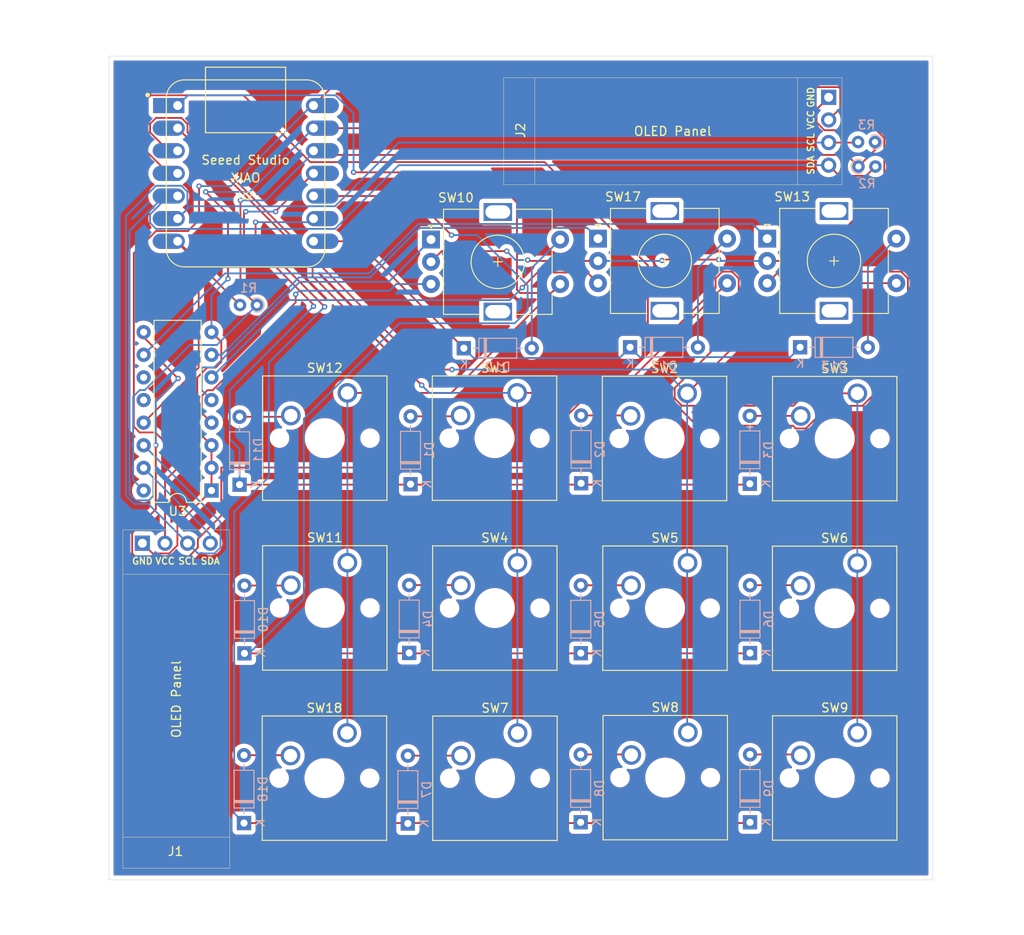
<source format=kicad_pcb>
(kicad_pcb (version 20240108) (generator "pcbnew") (generator_version "8.0")
  (layers (0 "F.Cu" signal) (31 "B.Cu" signal) (34 "B.Paste" user) (35 "F.Paste" user) (36 "B.SilkS" user "B.Silkscreen") (37 "F.SilkS" user "F.Silkscreen") (38 "B.Mask" user) (39 "F.Mask" user) (44 "Edge.Cuts" user))
  (net 0 "")
  (net 1 "GND")
  (net 2 "Net-(D1-A)")
  (net 3 "ROW0")
  (net 4 "Net-(D2-A)")
  (net 5 "Net-(D3-A)")
  (net 6 "Net-(D4-A)")
  (net 7 "Net-(D5-A)")
  (net 8 "Net-(D6-A)")
  (net 9 "Net-(D7-A)")
  (net 10 "Net-(D13-A)")
  (net 11 "ROW1")
  (net 12 "Net-(D8-A)")
  (net 13 "Net-(D9-A)")
  (net 14 "Net-(D10-A)")
  (net 15 "VCC")
  (net 16 "SDA")
  (net 17 "SCL")
  (net 18 "ROW2")
  (net 19 "COL0")
  (net 20 "ROTIN1")
  (net 21 "ROTIN2")
  (net 22 "Net-(D11-A)")
  (net 23 "COL1")
  (net 24 "COL2")
  (net 25 "Net-(D12-A)")
  (net 26 "Net-(D17-A)")
  (net 28 "ROTIN4")
  (net 30 "IOINT")
  (net 31 "+3.3V")
  (net 32 "COL3")
  (net 33 "ROTIN3")
  (net 34 "Net-(D18-A)")
  (net 35 "ROT_OUT_0")
  (net 36 "ROTIN5")
  (net 37 "ROTIN6")
  (footprint "Button_Switch_Keyboard:SW_Cherry_MX_1.00u_PCB" (layer "F.Cu") (at 123.76 88.23)
    (property "Reference" "SW6")
    (property "Value" "SW_Push")
  )
  (footprint "Button_Switch_Keyboard:SW_Cherry_MX_1.00u_PCB" (layer "F.Cu") (at 123.77 107.28)
    (property "Reference" "SW9")
    (property "Value" "SW_Push")
  )
  (footprint "Button_Switch_Keyboard:SW_Cherry_MX_1.00u_PCB" (layer "F.Cu") (at 104.71 88.21)
    (property "Reference" "SW5")
    (property "Value" "SW_Push")
  )
  (footprint "Rotary_Encoder:RotaryEncoder_Alps_EC11E-Switch_Vertical_H20mm" (layer "F.Cu") (at 75.9 51.9)
    (property "Reference" "SW10")
    (property "Value" "RotaryEncoder_Switch")
  )
  (footprint "Custom Library:SSD1306-0.91-OLED-4pin-128x32" (layer "F.Cu") (at 41.3 122.5 90)
    (property "Reference" "J1")
    (property "Value" "OLED_Display")
  )
  (footprint "Button_Switch_Keyboard:SW_Cherry_MX_1.00u_PCB" (layer "F.Cu") (at 104.66 69.16)
    (property "Reference" "SW2")
    (property "Value" "SW_Push")
  )
  (footprint "Button_Switch_Keyboard:SW_Cherry_MX_1.00u_PCB" (layer "F.Cu") (at 104.74 107.24)
    (property "Reference" "SW8")
    (property "Value" "SW_Push")
  )
  (footprint "Custom Library:SSD1306-0.91-OLED-4pin-128x32" (layer "F.Cu") (at 84.05 33.74)
    (property "Reference" "J2")
    (property "Value" "OLED_Display")
  )
  (footprint "Button_Switch_Keyboard:SW_Cherry_MX_1.00u_PCB" (layer "F.Cu") (at 66.51 69.12)
    (property "Reference" "SW12")
    (property "Value" "SW_Push")
  )
  (footprint "Button_Switch_Keyboard:SW_Cherry_MX_1.00u_PCB" (layer "F.Cu") (at 123.77 69.17)
    (property "Reference" "SW3")
    (property "Value" "SW_Push")
  )
  (footprint "footprints:XIAO-Generic-Hybrid-14P-2.54-21X17.8MM" (layer "F.Cu") (at 55.075 44.47)
    (property "Reference" "U2")
    (property "Value" "MOUDLE-SEEEDUINO-XIAO" (hide yes))
  )
  (footprint "Package_DIP:DIP-16_W7.62mm" (layer "F.Cu") (at 51.25 80.08 180)
    (property "Reference" "U3")
    (property "Value" "PCF8574A")
  )
  (footprint "Rotary_Encoder:RotaryEncoder_Alps_EC11E-Switch_Vertical_H20mm" (layer "F.Cu") (at 94.65 51.8)
    (property "Reference" "SW17")
    (property "Value" "RotaryEncoder_Switch")
  )
  (footprint "Button_Switch_Keyboard:SW_Cherry_MX_1.00u_PCB" (layer "F.Cu") (at 66.47 107.3)
    (property "Reference" "SW18")
    (property "Value" "SW_Push")
  )
  (footprint "Button_Switch_Keyboard:SW_Cherry_MX_1.00u_PCB" (layer "F.Cu") (at 66.51 88.18)
    (property "Reference" "SW11")
    (property "Value" "SW_Push")
  )
  (footprint "Button_Switch_Keyboard:SW_Cherry_MX_1.00u_PCB" (layer "F.Cu") (at 85.62 107.31)
    (property "Reference" "SW7")
    (property "Value" "SW_Push")
  )
  (footprint "Button_Switch_Keyboard:SW_Cherry_MX_1.00u_PCB" (layer "F.Cu") (at 85.6 88.2)
    (property "Reference" "SW4")
    (property "Value" "SW_Push")
  )
  (footprint "Rotary_Encoder:RotaryEncoder_Alps_EC11E-Switch_Vertical_H20mm" (layer "F.Cu") (at 113.65 51.8)
    (property "Reference" "SW13")
    (property "Value" "RotaryEncoder_Switch")
  )
  (footprint "Button_Switch_Keyboard:SW_Cherry_MX_1.00u_PCB" (layer "F.Cu") (at 85.57 69.12)
    (property "Reference" "SW1")
    (property "Value" "SW_Push")
  )
  (footprint "Diode_THT:D_DO-35_SOD27_P7.62mm_Horizontal" (layer "B.Cu") (at 54.9 117.42 90)
    (property "Reference" "D18")
    (property "Value" "D")
  )
  (footprint "Diode_THT:D_DO-35_SOD27_P7.62mm_Horizontal" (layer "B.Cu") (at 54.95 98.37 90)
    (property "Reference" "D10")
    (property "Value" "D")
  )
  (footprint "Diode_THT:D_DO-35_SOD27_P7.62mm_Horizontal" (layer "B.Cu") (at 98.25 64)
    (property "Reference" "D17")
    (property "Value" "D")
  )
  (footprint "Resistor_THT:R_Axial_DIN0204_L3.6mm_D1.6mm_P1.90mm_Vertical" (layer "B.Cu") (at 56.35 59.25 180)
    (property "Reference" "R1")
    (property "Value" "10k")
  )
  (footprint "Diode_THT:D_DO-35_SOD27_P7.62mm_Horizontal" (layer "B.Cu") (at 73.6 79.37 90)
    (property "Reference" "D1")
    (property "Value" "D")
  )
  (footprint "Resistor_THT:R_Axial_DIN0204_L3.6mm_D1.6mm_P1.90mm_Vertical" (layer "B.Cu") (at 125.755 40.95 180)
    (property "Reference" "R3")
    (property "Value" "10k")
  )
  (footprint "Diode_THT:D_DO-35_SOD27_P7.62mm_Horizontal" (layer "B.Cu") (at 73.3 117.47 90)
    (property "Reference" "D7")
    (property "Value" "D")
  )
  (footprint "Diode_THT:D_DO-35_SOD27_P7.62mm_Horizontal" (layer "B.Cu") (at 111.7 79.32 90)
    (property "Reference" "D3")
    (property "Value" "D")
  )
  (footprint "Diode_THT:D_DO-35_SOD27_P7.62mm_Horizontal" (layer "B.Cu") (at 92.72 98.34 90)
    (property "Reference" "D5")
    (property "Value" "D")
  )
  (footprint "Resistor_THT:R_Axial_DIN0204_L3.6mm_D1.6mm_P1.90mm_Vertical" (layer "B.Cu") (at 123.9 43.7)
    (property "Reference" "R2")
    (property "Value" "10k")
  )
  (footprint "Diode_THT:D_DO-35_SOD27_P7.62mm_Horizontal" (layer "B.Cu") (at 79.59 64.1)
    (property "Reference" "D12")
    (property "Value" "D")
  )
  (footprint "Diode_THT:D_DO-35_SOD27_P7.62mm_Horizontal" (layer "B.Cu") (at 73.45 98.32 90)
    (property "Reference" "D4")
    (property "Value" "D")
  )
  (footprint "Diode_THT:D_DO-35_SOD27_P7.62mm_Horizontal" (layer "B.Cu") (at 92.75 79.27 90)
    (property "Reference" "D2")
    (property "Value" "D")
  )
  (footprint "Diode_THT:D_DO-35_SOD27_P7.62mm_Horizontal" (layer "B.Cu") (at 111.72 98.33 90)
    (property "Reference" "D6")
    (property "Value" "D")
  )
  (footprint "Diode_THT:D_DO-35_SOD27_P7.62mm_Horizontal" (layer "B.Cu") (at 54.4 79.42 90)
    (property "Reference" "D11")
    (property "Value" "D")
  )
  (footprint "Diode_THT:D_DO-35_SOD27_P7.62mm_Horizontal" (layer "B.Cu") (at 111.72 117.34 90)
    (property "Reference" "D9")
    (property "Value" "D")
  )
  (footprint "Diode_THT:D_DO-35_SOD27_P7.62mm_Horizontal" (layer "B.Cu") (at 117.34 64)
    (property "Reference" "D13")
    (property "Value" "D")
  )
  (footprint "Diode_THT:D_DO-35_SOD27_P7.62mm_Horizontal" (layer "B.Cu") (at 92.7 117.34 90)
    (property "Reference" "D8")
    (property "Value" "D")
  )
  (gr_rect (start 39.75 31.3) (end 132.25 123.8) (stroke (width 0.05)) (fill none) (layer "Edge.Cuts"))
  (segment (start 50.77 66.28) (end 49.65 67.4) (width 0.2) (layer "F.Cu") (net 1))
  (segment (start 49.65 67.4) (end 49.65 73.7) (width 0.2) (layer "F.Cu") (net 1))
  (segment (start 119.2 37.28) (end 120.55 35.93) (width 0.2) (layer "F.Cu") (net 1))
  (segment (start 120.073654 39.62) (end 119.2 38.746346) (width 0.2) (layer "F.Cu") (net 1))
  (segment (start 108.2 54.15) (end 101.95 54.15) (width 0.2) (layer "F.Cu") (net 1))
  (segment (start 77.1 53.2) (end 75.9 54.4) (width 0.2) (layer "F.Cu") (net 1))
  (segment (start 51.25 80.08) (end 47.42 83.91) (width 0.2) (layer "F.Cu") (net 1))
  (segment (start 113.65 54.3) (end 118.75 54.3) (width 0.2) (layer "F.Cu") (net 1))
  (segment (start 94.65 54.3) (end 86.85 54.3) (width 0.2) (layer "F.Cu") (net 1))
  (segment (start 119.2 38.746346) (end 119.2 37.28) (width 0.2) (layer "F.Cu") (net 1))
  (segment (start 52.35 63.4) (end 52.35 65.635635) (width 0.2) (layer "F.Cu") (net 1))
  (segment (start 49.65 73.7) (end 49.95 73.7) (width 0.2) (layer "F.Cu") (net 1))
  (segment (start 49.95 73.7) (end 51.25 75) (width 0.2) (layer "F.Cu") (net 1))
  (segment (start 50.6 46.55) (end 53.1 49.05) (width 0.2) (layer "F.Cu") (net 1))
  (segment (start 126.8 40.5) (end 125.92 39.62) (width 0.2) (layer "F.Cu") (net 1))
  (segment (start 51.705635 66.28) (end 50.77 66.28) (width 0.2) (layer "F.Cu") (net 1))
  (segment (start 120.55 35.93) (end 117.09 39.39) (width 0.2) (layer "F.Cu") (net 1))
  (segment (start 51.25 62.3) (end 52.35 63.4) (width 0.2) (layer "F.Cu") (net 1))
  (segment (start 117.09 39.39) (end 62.7 39.39) (width 0.2) (layer "F.Cu") (net 1))
  (segment (start 51.25 75) (end 51.25 80.08) (width 0.2) (layer "F.Cu") (net 1))
  (segment (start 86.85 54.3) (end 86.75 54.2) (width 0.2) (layer "F.Cu") (net 1))
  (segment (start 47.42 86.236346) (end 46.506346 87.15) (width 0.2) (layer "F.Cu") (net 1))
  (segment (start 53.1 49.05) (end 53.1 56.3) (width 0.2) (layer "F.Cu") (net 1))
  (segment (start 47.42 83.91) (end 47.42 86.236346) (width 0.2) (layer "F.Cu") (net 1))
  (segment (start 118.75 54.3) (end 126.8 46.25) (width 0.2) (layer "F.Cu") (net 1))
  (segment (start 126.8 46.25) (end 126.8 40.5) (width 0.2) (layer "F.Cu") (net 1))
  (segment (start 44.64 87.15) (end 43.49 86) (width 0.2) (layer "F.Cu") (net 1))
  (segment (start 125.92 39.62) (end 120.073654 39.62) (width 0.2) (layer "F.Cu") (net 1))
  (segment (start 101.95 54.15) (end 101.85 54.25) (width 0.2) (layer "F.Cu") (net 1))
  (segment (start 84.4 53.2) (end 77.1 53.2) (width 0.2) (layer "F.Cu") (net 1))
  (segment (start 46.506346 87.15) (end 44.64 87.15) (width 0.2) (layer "F.Cu") (net 1))
  (segment (start 52.35 65.635635) (end 51.705635 66.28) (width 0.2) (layer "F.Cu") (net 1))
  (via (at 84.4 53.2) (size 0.6) (drill 0.3) (layers "F.Cu" "B.Cu") (net 1))
  (via (at 86.75 54.2) (size 0.6) (drill 0.3) (layers "F.Cu" "B.Cu") (net 1))
  (via (at 101.85 54.25) (size 0.6) (drill 0.3) (layers "F.Cu" "B.Cu") (net 1))
  (via (at 53.1 56.3) (size 0.6) (drill 0.3) (layers "F.Cu" "B.Cu") (net 1))
  (via (at 108.2 54.15) (size 0.6) (drill 0.3) (layers "F.Cu" "B.Cu") (net 1))
  (via (at 50.6 46.55) (size 0.6) (drill 0.3) (layers "F.Cu" "B.Cu") (net 1))
  (segment (start 53.1 56.3) (end 51.25 58.15) (width 0.2) (layer "B.Cu") (net 1))
  (segment (start 85.4 54.2) (end 84.4 53.2) (width 0.2) (layer "B.Cu") (net 1))
  (segment (start 51.25 58.15) (end 51.25 62.3) (width 0.2) (layer "B.Cu") (net 1))
  (segment (start 101.85 54.25) (end 101.8 54.3) (width 0.2) (layer "B.Cu") (net 1))
  (segment (start 55.54 46.55) (end 62.7 39.39) (width 0.2) (layer "B.Cu") (net 1))
  (segment (start 86.75 54.2) (end 85.4 54.2) (width 0.2) (layer "B.Cu") (net 1))
  (segment (start 101.8 54.3) (end 94.65 54.3) (width 0.2) (layer "B.Cu") (net 1))
  (segment (start 113.65 54.3) (end 108.35 54.3) (width 0.2) (layer "B.Cu") (net 1))
  (segment (start 50.6 46.55) (end 55.54 46.55) (width 0.2) (layer "B.Cu") (net 1))
  (segment (start 108.35 54.3) (end 108.2 54.15) (width 0.2) (layer "B.Cu") (net 1))
  (segment (start 79.13 71.75) (end 79.22 71.66) (width 0.2) (layer "F.Cu") (net 2))
  (segment (start 73.6 71.75) (end 79.13 71.75) (width 0.2) (layer "F.Cu") (net 2))
  (segment (start 54.9 52.45) (end 54.9 48.96) (width 0.2) (layer "F.Cu") (net 3))
  (segment (start 62.7 59.201471) (end 55.948529 52.45) (width 0.2) (layer "F.Cu") (net 3))
  (segment (start 54.9 48.96) (end 55.1 48.76) (width 0.2) (layer "F.Cu") (net 3))
  (segment (start 111.6 79.42) (end 111.7 79.32) (width 0.2) (layer "F.Cu") (net 3))
  (segment (start 62.7 59.4) (end 62.7 59.201471) (width 0.2) (layer "F.Cu") (net 3))
  (segment (start 58.45 48.76) (end 58.45 48.72) (width 0.2) (layer "F.Cu") (net 3))
  (segment (start 54.4 79.42) (end 111.6 79.42) (width 0.2) (layer "F.Cu") (net 3))
  (segment (start 55.948529 52.45) (end 54.9 52.45) (width 0.2) (layer "F.Cu") (net 3))
  (segment (start 58.45 48.72) (end 62.7 44.47) (width 0.2) (layer "F.Cu") (net 3))
  (via (at 62.7 59.4) (size 0.6) (drill 0.3) (layers "F.Cu" "B.Cu") (net 3))
  (via (at 58.45 48.76) (size 0.6) (drill 0.3) (layers "F.Cu" "B.Cu") (net 3))
  (via (at 55.1 48.76) (size 0.6) (drill 0.3) (layers "F.Cu" "B.Cu") (net 3))
  (segment (start 53.3 68.8) (end 53.3 74.3) (width 0.2) (layer "B.Cu") (net 3))
  (segment (start 54.4 75.4) (end 54.4 79.42) (width 0.2) (layer "B.Cu") (net 3))
  (segment (start 55.1 48.76) (end 58.45 48.76) (width 0.2) (layer "B.Cu") (net 3))
  (segment (start 62.7 59.4) (end 53.3 68.8) (width 0.2) (layer "B.Cu") (net 3))
  (segment (start 53.3 74.3) (end 54.4 75.4) (width 0.2) (layer "B.Cu") (net 3))
  (segment (start 98.26 71.65) (end 98.31 71.7) (width 0.2) (layer "F.Cu") (net 4))
  (segment (start 92.75 71.65) (end 98.26 71.65) (width 0.2) (layer "F.Cu") (net 4))
  (segment (start 111.7 71.7) (end 117.41 71.7) (width 0.2) (layer "F.Cu") (net 5))
  (segment (start 117.41 71.7) (end 117.42 71.71) (width 0.2) (layer "F.Cu") (net 5))
  (segment (start 79.21 90.7) (end 79.25 90.74) (width 0.2) (layer "F.Cu") (net 6))
  (segment (start 73.45 90.7) (end 79.21 90.7) (width 0.2) (layer "F.Cu") (net 6))
  (segment (start 98.33 90.72) (end 98.36 90.75) (width 0.2) (layer "F.Cu") (net 7))
  (segment (start 92.72 90.72) (end 98.33 90.72) (width 0.2) (layer "F.Cu") (net 7))
  (segment (start 111.72 90.71) (end 117.35 90.71) (width 0.2) (layer "F.Cu") (net 8))
  (segment (start 117.35 90.71) (end 117.41 90.77) (width 0.2) (layer "F.Cu") (net 8))
  (segment (start 73.3 109.85) (end 79.27 109.85) (width 0.2) (layer "F.Cu") (net 9))
  (segment (start 124.96 64) (end 124.96 54.99) (width 0.2) (layer "B.Cu") (net 10))
  (segment (start 124.96 54.99) (end 128.15 51.8) (width 0.2) (layer "B.Cu") (net 10))
  (segment (start 111.68 98.37) (end 111.72 98.33) (width 0.2) (layer "F.Cu") (net 11))
  (segment (start 54.95 98.37) (end 111.68 98.37) (width 0.2) (layer "F.Cu") (net 11))
  (segment (start 78.2 51.4) (end 73.81 47.01) (width 0.2) (layer "F.Cu") (net 11))
  (segment (start 73.81 47.01) (end 62.7 47.01) (width 0.2) (layer "F.Cu") (net 11))
  (via (at 78.2 51.4) (size 0.6) (drill 0.3) (layers "F.Cu" "B.Cu") (net 11))
  (segment (start 61.62 72.030101) (end 72.350101 61.3) (width 0.2) (layer "B.Cu") (net 11))
  (segment (start 61.62 92.227056) (end 61.62 72.030101) (width 0.2) (layer "B.Cu") (net 11))
  (segment (start 81.1 51.4) (end 78.2 51.4) (width 0.2) (layer "B.Cu") (net 11))
  (segment (start 86.75 57.05) (end 81.1 51.4) (width 0.2) (layer "B.Cu") (net 11))
  (segment (start 54.95 98.37) (end 55.477056 98.37) (width 0.2) (layer "B.Cu") (net 11))
  (segment (start 86.75 59.85) (end 86.75 57.05) (width 0.2) (layer "B.Cu") (net 11))
  (segment (start 72.350101 61.3) (end 85.3 61.3) (width 0.2) (layer "B.Cu") (net 11))
  (segment (start 85.3 61.3) (end 86.75 59.85) (width 0.2) (layer "B.Cu") (net 11))
  (segment (start 55.477056 98.37) (end 61.62 92.227056) (width 0.2) (layer "B.Cu") (net 11))
  (segment (start 92.7 109.72) (end 98.33 109.72) (width 0.2) (layer "F.Cu") (net 12))
  (segment (start 98.33 109.72) (end 98.39 109.78) (width 0.2) (layer "F.Cu") (net 12))
  (segment (start 117.32 109.72) (end 117.42 109.82) (width 0.2) (layer "F.Cu") (net 13))
  (segment (start 111.72 109.72) (end 117.32 109.72) (width 0.2) (layer "F.Cu") (net 13))
  (segment (start 54.95 90.75) (end 60.13 90.75) (width 0.2) (layer "F.Cu") (net 14))
  (segment (start 60.13 90.75) (end 60.16 90.72) (width 0.2) (layer "F.Cu") (net 14))
  (segment (start 121.85 34.93) (end 121.85 37.17) (width 0.2) (layer "F.Cu") (net 15))
  (segment (start 46.03 78.97) (end 46.03 86) (width 0.2) (layer "F.Cu") (net 15))
  (segment (start 49.85 49.7) (end 48.61 50.94) (width 0.2) (layer "F.Cu") (net 15))
  (segment (start 49.85 45.9) (end 49.85 49.7) (width 0.2) (layer "F.Cu") (net 15))
  (segment (start 42.53 72.915635) (end 43.174365 73.56) (width 0.2) (layer "F.Cu") (net 15))
  (segment (start 48.61 50.94) (end 45.023654 50.94) (width 0.2) (layer "F.Cu") (net 15))
  (segment (start 64.77 34.78) (end 121.7 34.78) (width 0.2) (layer "F.Cu") (net 15))
  (segment (start 45.023654 50.94) (end 42.53 53.433654) (width 0.2) (layer "F.Cu") (net 15))
  (segment (start 47.5 76.125) (end 47.5 77.5) (width 0.2) (layer "F.Cu") (net 15))
  (segment (start 121.85 37.17) (end 120.55 38.47) (width 0.2) (layer "F.Cu") (net 15))
  (segment (start 121.7 34.78) (end 121.85 34.93) (width 0.2) (layer "F.Cu") (net 15))
  (segment (start 42.53 53.433654) (end 42.53 72.915635) (width 0.2) (layer "F.Cu") (net 15))
  (segment (start 44.935 73.56) (end 47.5 76.125) (width 0.2) (layer "F.Cu") (net 15))
  (segment (start 43.174365 73.56) (end 44.935 73.56) (width 0.2) (layer "F.Cu") (net 15))
  (segment (start 47.5 77.5) (end 46.03 78.97) (width 0.2) (layer "F.Cu") (net 15))
  (segment (start 62.7 36.85) (end 64.77 34.78) (width 0.2) (layer "F.Cu") (net 15))
  (via (at 49.85 45.9) (size 0.6) (drill 0.3) (layers "F.Cu" "B.Cu") (net 15))
  (segment (start 53.45 45.9) (end 62.5 36.85) (width 0.2) (layer "B.Cu") (net 15))
  (segment (start 49.85 45.9) (end 53.45 45.9) (width 0.2) (layer "B.Cu") (net 15))
  (segment (start 62.5 36.85) (end 62.7 36.85) (width 0.2) (layer "B.Cu") (net 15))
  (segment (start 124.75 44.75) (end 125.8 43.7) (width 0.2) (layer "F.Cu") (net 16))
  (segment (start 120.55 43.55) (end 121.75 44.75) (width 0.2) (layer "F.Cu") (net 16))
  (segment (start 121.75 44.75) (end 124.75 44.75) (width 0.2) (layer "F.Cu") (net 16))
  (segment (start 42.73 81.18) (end 42.05 80.5) (width 0.2) (layer "B.Cu") (net 16))
  (segment (start 45.94 47.01) (end 47.45 47.01) (width 0.2) (layer "B.Cu") (net 16))
  (segment (start 65.126346 50.7) (end 72.276346 43.55) (width 0.2) (layer "B.Cu") (net 16))
  (segment (start 42.05 50.9) (end 45.94 47.01) (width 0.2) (layer "B.Cu") (net 16))
  (segment (start 44.73 78.64) (end 44.73 80.67) (width 0.2) (layer "B.Cu") (net 16))
  (segment (start 44.35 50.026346) (end 45.023654 50.7) (width 0.2) (layer "B.Cu") (net 16))
  (segment (start 43.63 77.54) (end 44.73 78.64) (width 0.2) (layer "B.Cu") (net 16))
  (segment (start 72.276346 43.55) (end 120.55 43.55) (width 0.2) (layer "B.Cu") (net 16))
  (segment (start 44.35 49.073654) (end 44.35 50.026346) (width 0.2) (layer "B.Cu") (net 16))
  (segment (start 51.11 85.02) (end 51.11 86) (width 0.2) (layer "B.Cu") (net 16))
  (segment (start 46.413654 47.01) (end 44.35 49.073654) (width 0.2) (layer "B.Cu") (net 16))
  (segment (start 42.05 80.5) (end 42.05 50.9) (width 0.2) (layer "B.Cu") (net 16))
  (segment (start 43.63 77.54) (end 51.11 85.02) (width 0.2) (layer "B.Cu") (net 16))
  (segment (start 44.73 80.67) (end 44.22 81.18) (width 0.2) (layer "B.Cu") (net 16))
  (segment (start 45.023654 50.7) (end 65.126346 50.7) (width 0.2) (layer "B.Cu") (net 16))
  (segment (start 44.22 81.18) (end 42.73 81.18) (width 0.2) (layer "B.Cu") (net 16))
  (segment (start 47.45 47.01) (end 46.413654 47.01) (width 0.2) (layer "B.Cu") (net 16))
  (segment (start 120.55 41.01) (end 123.795 41.01) (width 0.2) (layer "F.Cu") (net 17))
  (segment (start 123.795 41.01) (end 123.855 40.95) (width 0.2) (layer "F.Cu") (net 17))
  (segment (start 49.72 87.15) (end 48.57 86) (width 0.2) (layer "B.Cu") (net 17))
  (segment (start 52.26 86.476346) (end 51.586346 87.15) (width 0.2) (layer "B.Cu") (net 17))
  (segment (start 41.65 49.233654) (end 41.65 80.665686) (width 0.2) (layer "B.Cu") (net 17))
  (segment (start 48.55 48.45) (end 48.55 46.533654) (width 0.2) (layer "B.Cu") (net 17))
  (segment (start 48.84 48.16) (end 47.45 49.55) (width 0.2) (layer "B.Cu") (net 17))
  (segment (start 51.586346 87.15) (end 49.72 87.15) (width 0.2) (layer "B.Cu") (net 17))
  (segment (start 65.126346 48.16) (end 48.84 48.16) (width 0.2) (layer "B.Cu") (net 17))
  (segment (start 48.55 46.533654) (end 47.876346 45.86) (width 0.2) (layer "B.Cu") (net 17))
  (segment (start 44.15 81.58) (end 48.57 86) (width 0.2) (layer "B.Cu") (net 17))
  (segment (start 52.26 83.63) (end 52.26 86.476346) (width 0.2) (layer "B.Cu") (net 17))
  (segment (start 45.023654 45.86) (end 41.65 49.233654) (width 0.2) (layer "B.Cu") (net 17))
  (segment (start 41.65 80.665686) (end 42.564314 81.58) (width 0.2) (layer "B.Cu") (net 17))
  (segment (start 47.45 49.55) (end 48.55 48.45) (width 0.2) (layer "B.Cu") (net 17))
  (segment (start 120.55 41.01) (end 72.276346 41.01) (width 0.2) (layer "B.Cu") (net 17))
  (segment (start 43.63 75) (end 52.26 83.63) (width 0.2) (layer "B.Cu") (net 17))
  (segment (start 47.876346 45.86) (end 45.023654 45.86) (width 0.2) (layer "B.Cu") (net 17))
  (segment (start 72.276346 41.01) (end 65.126346 48.16) (width 0.2) (layer "B.Cu") (net 17))
  (segment (start 42.564314 81.58) (end 44.15 81.58) (width 0.2) (layer "B.Cu") (net 17))
  (segment (start 111.64 117.42) (end 111.72 117.34) (width 0.2) (layer "F.Cu") (net 18))
  (segment (start 56.2 51.7) (end 56.2 49.95) (width 0.2) (layer "F.Cu") (net 18))
  (segment (start 63.95 59.45) (end 56.2 51.7) (width 0.2) (layer "F.Cu") (net 18))
  (segment (start 54.9 117.42) (end 111.64 117.42) (width 0.2) (layer "F.Cu") (net 18))
  (via (at 63.95 59.45) (size 0.6) (drill 0.3) (layers "F.Cu" "B.Cu") (net 18))
  (via (at 56.2 49.95) (size 0.6) (drill 0.3) (layers "F.Cu" "B.Cu") (net 18))
  (segment (start 62.3 49.95) (end 62.7 49.55) (width 0.2) (layer "B.Cu") (net 18))
  (segment (start 53.8 116.32) (end 53.8 82.45) (width 0.2) (layer "B.Cu") (net 18))
  (segment (start 54.9 117.42) (end 53.8 116.32) (width 0.2) (layer "B.Cu") (net 18))
  (segment (start 56.2 49.95) (end 62.3 49.95) (width 0.2) (layer "B.Cu") (net 18))
  (segment (start 57.69 78.56) (end 57.69 65.71) (width 0.2) (layer "B.Cu") (net 18))
  (segment (start 57.69 65.71) (end 63.95 59.45) (width 0.2) (layer "B.Cu") (net 18))
  (segment (start 53.8 82.45) (end 57.69 78.56) (width 0.2) (layer "B.Cu") (net 18))
  (segment (start 78.18 69.12) (end 66.51 69.12) (width 0.2) (layer "F.Cu") (net 19))
  (segment (start 85.901471 57.9) (end 89.4 57.9) (width 0.2) (layer "F.Cu") (net 19))
  (segment (start 89.4 57.9) (end 90.4 56.9) (width 0.2) (layer "F.Cu") (net 19))
  (segment (start 85.55 57.548529) (end 85.901471 57.9) (width 0.2) (layer "F.Cu") (net 19))
  (segment (start 67.2 44.35) (end 82.15 44.35) (width 0.2) (layer "F.Cu") (net 19))
  (segment (start 90.4 56.9) (end 78.18 69.12) (width 0.2) (layer "F.Cu") (net 19))
  (segment (start 82.15 44.35) (end 85.55 47.75) (width 0.2) (layer "F.Cu") (net 19))
  (segment (start 85.55 47.75) (end 85.55 57.548529) (width 0.2) (layer "F.Cu") (net 19))
  (via (at 67.2 44.35) (size 0.6) (drill 0.3) (layers "F.Cu" "B.Cu") (net 19))
  (segment (start 47.45 36.85) (end 48.6 35.7) (width 0.2) (layer "B.Cu") (net 19))
  (segment (start 65.176346 35.7) (end 67.2 37.723654) (width 0.2) (layer "B.Cu") (net 19))
  (segment (start 67.2 37.723654) (end 67.2 44.35) (width 0.2) (layer "B.Cu") (net 19))
  (segment (start 66.51 69.12) (end 66.51 107.26) (width 0.2) (layer "B.Cu") (net 19))
  (segment (start 66.51 107.26) (end 66.47 107.3) (width 0.2) (layer "B.Cu") (net 19))
  (segment (start 48.6 35.7) (end 65.176346 35.7) (width 0.2) (layer "B.Cu") (net 19))
  (segment (start 50.794365 68.82) (end 50.15 69.464365) (width 0.2) (layer "F.Cu") (net 20))
  (segment (start 50.15 69.464365) (end 50.15 71.36) (width 0.2) (layer "F.Cu") (net 20))
  (segment (start 57.4 62.25) (end 57.4 62.8) (width 0.2) (layer "F.Cu") (net 20))
  (segment (start 60.7 58.95) (end 57.4 62.25) (width 0.2) (layer "F.Cu") (net 20))
  (segment (start 57.4 62.8) (end 51.38 68.82) (width 0.2) (layer "F.Cu") (net 20))
  (segment (start 50.15 71.36) (end 51.25 72.46) (width 0.2) (layer "F.Cu") (net 20))
  (segment (start 51.38 68.82) (end 50.794365 68.82) (width 0.2) (layer "F.Cu") (net 20))
  (segment (start 60.7 58.05) (end 60.7 58.95) (width 0.2) (layer "F.Cu") (net 20))
  (via (at 60.7 58.05) (size 0.6) (drill 0.3) (layers "F.Cu" "B.Cu") (net 20))
  (segment (start 60.7 58.05) (end 61.1 57.65) (width 0.2) (layer "B.Cu") (net 20))
  (segment (start 61.1 57.65) (end 71.25 57.65) (width 0.2) (layer "B.Cu") (net 20))
  (segment (start 72 56.9) (end 75.9 56.9) (width 0.2) (layer "B.Cu") (net 20))
  (segment (start 71.25 57.65) (end 72 56.9) (width 0.2) (layer "B.Cu") (net 20))
  (segment (start 50.15 66.35) (end 50.25 66.25) (width 0.2) (layer "B.Cu") (net 21))
  (segment (start 61.15 56.65) (end 71.15 56.65) (width 0.2) (layer "B.Cu") (net 21))
  (segment (start 51.55 66.25) (end 61.15 56.65) (width 0.2) (layer "B.Cu") (net 21))
  (segment (start 51.25 69.92) (end 50.15 68.82) (width 0.2) (layer "B.Cu") (net 21))
  (segment (start 50.25 66.25) (end 51.55 66.25) (width 0.2) (layer "B.Cu") (net 21))
  (segment (start 50.15 68.82) (end 50.15 66.35) (width 0.2) (layer "B.Cu") (net 21))
  (segment (start 71.15 56.65) (end 75.9 51.9) (width 0.2) (layer "B.Cu") (net 21))
  (segment (start 60.02 71.8) (end 60.16 71.66) (width 0.2) (layer "F.Cu") (net 22))
  (segment (start 54.4 71.8) (end 60.02 71.8) (width 0.2) (layer "F.Cu") (net 22))
  (segment (start 62.6 56) (end 74.85 68.25) (width 0.2) (layer "F.Cu") (net 23))
  (segment (start 109.15 56.8) (end 96.83 69.12) (width 0.2) (layer "F.Cu") (net 23))
  (segment (start 62.6 54.54) (end 62.6 56) (width 0.2) (layer "F.Cu") (net 23))
  (segment (start 47.45 39.39) (end 62.6 54.54) (width 0.2) (layer "F.Cu") (net 23))
  (segment (start 96.83 69.12) (end 85.57 69.12) (width 0.2) (layer "F.Cu") (net 23))
  (via (at 74.85 68.25) (size 0.6) (drill 0.3) (layers "F.Cu" "B.Cu") (net 23))
  (segment (start 85.6 88.2) (end 85.6 107.29) (width 0.2) (layer "B.Cu") (net 23))
  (segment (start 85.57 88.17) (end 85.6 88.2) (width 0.2) (layer "B.Cu") (net 23))
  (segment (start 74.85 68.25) (end 75.72 69.12) (width 0.2) (layer "B.Cu") (net 23))
  (segment (start 85.6 107.29) (end 85.62 107.31) (width 0.2) (layer "B.Cu") (net 23))
  (segment (start 85.57 69.12) (end 85.57 88.17) (width 0.2) (layer "B.Cu") (net 23))
  (segment (start 75.72 69.12) (end 85.57 69.12) (width 0.2) (layer "B.Cu") (net 23))
  (segment (start 45.023654 38.24) (end 47.876346 38.24) (width 0.2) (layer "F.Cu") (net 24))
  (segment (start 48.55 38.913654) (end 48.55 39.866346) (width 0.2) (layer "F.Cu") (net 24))
  (segment (start 44.35 39.866346) (end 44.35 38.913654) (width 0.2) (layer "F.Cu") (net 24))
  (segment (start 128.15 56.8) (end 117.02 56.8) (width 0.2) (layer "F.Cu") (net 24))
  (segment (start 75.183654 66.5) (end 78.25 66.5) (width 0.2) (layer "F.Cu") (net 24))
  (segment (start 117.02 56.8) (end 104.66 69.16) (width 0.2) (layer "F.Cu") (net 24))
  (segment (start 46.413654 41.93) (end 44.35 39.866346) (width 0.2) (layer "F.Cu") (net 24))
  (segment (start 44.35 38.913654) (end 45.023654 38.24) (width 0.2) (layer "F.Cu") (net 24))
  (segment (start 47.45 41.93) (end 46.413654 41.93) (width 0.2) (layer "F.Cu") (net 24))
  (segment (start 47.876346 38.24) (end 48.55 38.913654) (width 0.2) (layer "F.Cu") (net 24))
  (segment (start 48.55 39.866346) (end 75.183654 66.5) (width 0.2) (layer "F.Cu") (net 24))
  (via (at 78.25 66.5) (size 0.6) (drill 0.3) (layers "F.Cu" "B.Cu") (net 24))
  (segment (start 102 66.5) (end 104.66 69.16) (width 0.2) (layer "B.Cu") (net 24))
  (segment (start 104.66 107.16) (end 104.74 107.24) (width 0.2) (layer "B.Cu") (net 24))
  (segment (start 78.25 66.5) (end 102 66.5) (width 0.2) (layer "B.Cu") (net 24))
  (segment (start 104.66 69.16) (end 104.66 107.16) (width 0.2) (layer "B.Cu") (net 24))
  (segment (start 87.21 55.09) (end 90.4 51.9) (width 0.2) (layer "B.Cu") (net 25))
  (segment (start 87.21 64.1) (end 87.21 55.09) (width 0.2) (layer "B.Cu") (net 25))
  (segment (start 105.87 55.08) (end 109.15 51.8) (width 0.2) (layer "B.Cu") (net 26))
  (segment (start 105.87 64) (end 105.87 55.08) (width 0.2) (layer "B.Cu") (net 26))
  (segment (start 52.38137 64.84) (end 61.07137 56.15) (width 0.2) (layer "B.Cu") (net 28))
  (segment (start 61.07137 56.15) (end 69.05 56.15) (width 0.2) (layer "B.Cu") (net 28))
  (segment (start 93.45 50.6) (end 94.65 51.8) (width 0.2) (layer "B.Cu") (net 28))
  (segment (start 51.25 64.84) (end 52.38137 64.84) (width 0.2) (layer "B.Cu") (net 28))
  (segment (start 74.6 50.6) (end 93.45 50.6) (width 0.2) (layer "B.Cu") (net 28))
  (segment (start 69.05 56.15) (end 74.6 50.6) (width 0.2) (layer "B.Cu") (net 28))
  (segment (start 49.81 66.28) (end 49.81 54.45) (width 0.2) (layer "F.Cu") (net 30))
  (segment (start 43.63 72.46) (end 49.81 66.28) (width 0.2) (layer "F.Cu") (net 30))
  (segment (start 47.45 52.09) (end 47.45 52.25) (width 0.2) (layer "F.Cu") (net 30))
  (segment (start 49.81 54.45) (end 47.45 52.09) (width 0.2) (layer "F.Cu") (net 30))
  (segment (start 47.45 52.25) (end 54.45 59.25) (width 0.2) (layer "F.Cu") (net 30))
  (segment (start 63.17 42.4) (end 122.6 42.4) (width 0.2) (layer "F.Cu") (net 31))
  (segment (start 122.6 42.4) (end 123.9 43.7) (width 0.2) (layer "F.Cu") (net 31))
  (segment (start 62.7 41.93) (end 63.17 42.4) (width 0.2) (layer "F.Cu") (net 31))
  (segment (start 125.755 41.845) (end 125.755 40.95) (width 0.2) (layer "F.Cu") (net 31))
  (segment (start 54.5 47.5) (end 54.5 57.4) (width 0.2) (layer "F.Cu") (net 31))
  (segment (start 54.5 57.4) (end 56.35 59.25) (width 0.2) (layer "F.Cu") (net 31))
  (segment (start 123.9 43.7) (end 125.755 41.845) (width 0.2) (layer "F.Cu") (net 31))
  (via (at 54.5 47.5) (size 0.6) (drill 0.3) (layers "F.Cu" "B.Cu") (net 31))
  (segment (start 56.35 59.25) (end 51.86 63.74) (width 0.2) (layer "B.Cu") (net 31))
  (segment (start 42.45 78.9) (end 43.63 80.08) (width 0.2) (layer "B.Cu") (net 31))
  (segment (start 62.7 42.15) (end 57.35 47.5) (width 0.2) (layer "B.Cu") (net 31))
  (segment (start 57.35 47.5) (end 54.5 47.5) (width 0.2) (layer "B.Cu") (net 31))
  (segment (start 42.45 69.544365) (end 42.45 78.9) (width 0.2) (layer "B.Cu") (net 31))
  (segment (start 43.765635 68.8) (end 43.194365 68.8) (width 0.2) (layer "B.Cu") (net 31))
  (segment (start 51.86 63.74) (end 48.825635 63.74) (width 0.2) (layer "B.Cu") (net 31))
  (segment (start 62.7 41.93) (end 62.7 42.15) (width 0.2) (layer "B.Cu") (net 31))
  (segment (start 48.825635 63.74) (end 43.765635 68.8) (width 0.2) (layer "B.Cu") (net 31))
  (segment (start 43.194365 68.8) (end 42.45 69.544365) (width 0.2) (layer "B.Cu") (net 31))
  (segment (start 117.98 69.17) (end 123.77 69.17) (width 0.2) (layer "F.Cu") (net 32))
  (segment (start 110.45 56.261522) (end 110.45 61.390101) (width 0.2) (layer "F.Cu") (net 32))
  (segment (start 103.588478 61.6) (end 107.85 57.338478) (width 0.2) (layer "F.Cu") (net 32))
  (segment (start 107.85 56.261522) (end 108.611522 55.5) (width 0.2) (layer "F.Cu") (net 32))
  (segment (start 88.65 43.2) (end 100.25 54.8) (width 0.2) (layer "F.Cu") (net 32))
  (segment (start 107.85 57.338478) (end 107.85 56.261522) (width 0.2) (layer "F.Cu") (net 32))
  (segment (start 44.4 35.7) (end 54.843654 35.7) (width 0.2) (layer "F.Cu") (net 32))
  (segment (start 110.45 61.390101) (end 103.26 68.580101) (width 0.2) (layer "F.Cu") (net 32))
  (segment (start 100.25 54.8) (end 100.25 61.6) (width 0.2) (layer "F.Cu") (net 32))
  (segment (start 43.95 42.006346) (end 43.95 36.15) (width 0.2) (layer "F.Cu") (net 32))
  (segment (start 62.343654 43.2) (end 88.65 43.2) (width 0.2) (layer "F.Cu") (net 32))
  (segment (start 108.611522 55.5) (end 109.688478 55.5) (width 0.2) (layer "F.Cu") (net 32))
  (segment (start 46.413654 44.47) (end 43.95 42.006346) (width 0.2) (layer "F.Cu") (net 32))
  (segment (start 100.25 61.6) (end 103.588478 61.6) (width 0.2) (layer "F.Cu") (net 32))
  (segment (start 103.26 69.739899) (end 104.080101 70.56) (width 0.2) (layer "F.Cu") (net 32))
  (segment (start 104.080101 70.56) (end 116.59 70.56) (width 0.2) (layer "F.Cu") (net 32))
  (segment (start 47.45 44.47) (end 46.413654 44.47) (width 0.2) (layer "F.Cu") (net 32))
  (segment (start 54.843654 35.7) (end 62.343654 43.2) (width 0.2) (layer "F.Cu") (net 32))
  (segment (start 116.59 70.56) (end 117.98 69.17) (width 0.2) (layer "F.Cu") (net 32))
  (segment (start 103.26 68.580101) (end 103.26 69.739899) (width 0.2) (layer "F.Cu") (net 32))
  (segment (start 43.95 36.15) (end 44.4 35.7) (width 0.2) (layer "F.Cu") (net 32))
  (segment (start 109.688478 55.5) (end 110.45 56.261522) (width 0.2) (layer "F.Cu") (net 32))
  (segment (start 123.77 69.17) (end 123.77 107.28) (width 0.2) (layer "B.Cu") (net 32))
  (segment (start 87.85 55.6) (end 93.45 55.6) (width 0.2) (layer "F.Cu") (net 33))
  (segment (start 86.15 57.3) (end 87.85 55.6) (width 0.2) (layer "F.Cu") (net 33))
  (segment (start 93.45 55.6) (end 94.65 56.8) (width 0.2) (layer "F.Cu") (net 33))
  (via (at 86.15 57.3) (size 0.6) (drill 0.3) (layers "F.Cu" "B.Cu") (net 33))
  (segment (start 59.93 58.7) (end 84.75 58.7) (width 0.2) (layer "B.Cu") (net 33))
  (segment (start 84.75 58.7) (end 86.15 57.3) (width 0.2) (layer "B.Cu") (net 33))
  (segment (start 51.25 67.38) (end 59.93 58.7) (width 0.2) (layer "B.Cu") (net 33))
  (segment (start 60.08 109.8) (end 60.12 109.84) (width 0.2) (layer "F.Cu") (net 34))
  (segment (start 54.9 109.8) (end 60.08 109.8) (width 0.2) (layer "F.Cu") (net 34))
  (segment (start 79.59 64.1) (end 67.58 52.09) (width 0.2) (layer "F.Cu") (net 35))
  (segment (start 67.58 52.09) (end 62.7 52.09) (width 0.2) (layer "F.Cu") (net 35))
  (segment (start 99.35 65.1) (end 98.25 64) (width 0.2) (layer "B.Cu") (net 35))
  (segment (start 98.25 64) (end 97.05 65.2) (width 0.2) (layer "B.Cu") (net 35))
  (segment (start 116.24 65.1) (end 99.35 65.1) (width 0.2) (layer "B.Cu") (net 35))
  (segment (start 117.34 64) (end 116.24 65.1) (width 0.2) (layer "B.Cu") (net 35))
  (segment (start 80.69 65.2) (end 79.59 64.1) (width 0.2) (layer "B.Cu") (net 35))
  (segment (start 97.05 65.2) (end 80.69 65.2) (width 0.2) (layer "B.Cu") (net 35))
  (segment (start 49.72 85.523654) (end 52.35 82.893654) (width 0.2) (layer "F.Cu") (net 36))
  (segment (start 42.34 87.15) (end 42.74 87.55) (width 0.2) (layer "F.Cu") (net 36))
  (segment (start 92.844365 70) (end 102.954415 70) (width 0.2) (layer "F.Cu") (net 36))
  (segment (start 114.95 55.5) (end 113.65 56.8) (width 0.2) (layer "F.Cu") (net 36))
  (segment (start 45.457083 64.692769) (end 43.347157 62.582843) (width 0.2) (layer "F.Cu") (net 36))
  (segment (start 90 74.007056) (end 90 72.844365) (width 0.2) (layer "F.Cu") (net 36))
  (segment (start 90 72.844365) (end 92.844365 70) (width 0.2) (layer "F.Cu") (net 36))
  (segment (start 116.840101 73.11) (end 117.999899 73.11) (width 0.2) (layer "F.Cu") (net 36))
  (segment (start 120.539899 70.57) (end 124.349899 70.57) (width 0.2) (layer "F.Cu") (net 36))
  (segment (start 45 75) (end 45 82.19) (width 0.2) (layer "F.Cu") (net 36))
  (segment (start 105.754415 72.8) (end 116.530101 72.8) (width 0.2) (layer "F.Cu") (net 36))
  (segment (start 128.688478 55.5) (end 114.95 55.5) (width 0.2) (layer "F.Cu") (net 36))
  (segment (start 102.954415 70) (end 105.754415 72.8) (width 0.2) (layer "F.Cu") (net 36))
  (segment (start 52.35 77.5) (end 86.507056 77.5) (width 0.2) (layer "F.Cu") (net 36))
  (segment (start 42.74 87.55) (end 48.646346 87.55) (width 0.2) (layer "F.Cu") (net 36))
  (segment (start 45.457083 65.457083) (end 45.457083 64.692769) (width 0.2) (layer "F.Cu") (net 36))
  (segment (start 45 82.19) (end 42.34 84.85) (width 0.2) (layer "F.Cu") (net 36))
  (segment (start 117.999899 73.11) (end 120.539899 70.57) (width 0.2) (layer "F.Cu") (net 36))
  (segment (start 86.507056 77.5) (end 90 74.007056) (width 0.2) (layer "F.Cu") (net 36))
  (segment (start 116.530101 72.8) (end 116.840101 73.11) (width 0.2) (layer "F.Cu") (net 36))
  (segment (start 129.45 56.261522) (end 128.688478 55.5) (width 0.2) (layer "F.Cu") (net 36))
  (segment (start 42.34 84.85) (end 42.34 87.15) (width 0.2) (layer "F.Cu") (net 36))
  (segment (start 124.349899 70.57) (end 129.45 65.469899) (width 0.2) (layer "F.Cu") (net 36))
  (segment (start 47.5 67.5) (end 45.457083 65.457083) (width 0.2) (layer "F.Cu") (net 36))
  (segment (start 48.646346 87.55) (end 49.72 86.476346) (width 0.2) (layer "F.Cu") (net 36))
  (segment (start 129.45 65.469899) (end 129.45 56.261522) (width 0.2) (layer "F.Cu") (net 36))
  (segment (start 52.35 82.893654) (end 52.35 77.5) (width 0.2) (layer "F.Cu") (net 36))
  (segment (start 49.72 86.476346) (end 49.72 85.523654) (width 0.2) (layer "F.Cu") (net 36))
  (via (at 47.5 67.5) (size 0.6) (drill 0.3) (layers "F.Cu" "B.Cu") (net 36))
  (via (at 45 75) (size 0.6) (drill 0.3) (layers "F.Cu" "B.Cu") (net 36))
  (segment (start 45 70) (end 45 75) (width 0.2) (layer "B.Cu") (net 36))
  (segment (start 47.5 67.5) (end 45 70) (width 0.2) (layer "B.Cu") (net 36))
  (segment (start 52.77 55.7) (end 68.934314 55.7) (width 0.2) (layer "B.Cu") (net 37))
  (segment (start 68.934314 55.7) (end 74.484314 50.15) (width 0.2) (layer "B.Cu") (net 37))
  (segment (start 74.484314 50.15) (end 112 50.15) (width 0.2) (layer "B.Cu") (net 37))
  (segment (start 43.63 64.84) (end 52.77 55.7) (width 0.2) (layer "B.Cu") (net 37))
  (segment (start 112 50.15) (end 113.65 51.8) (width 0.2) (layer "B.Cu") (net 37))
  (zone (net 0) (net_name "") (layers "F&B.Cu") (connect_pads (clearance 0.5)) (min_thickness 0.25) (fill yes (thermal_gap 0.5) (thermal_bridge_width 0.5) (island_removal_mode 1) (island_area_min 10))
    (polygon (pts (xy 142.5 130) (xy 142.5 25) (xy 27.5 25) (xy 27.5 130)))
  )
)
</source>
